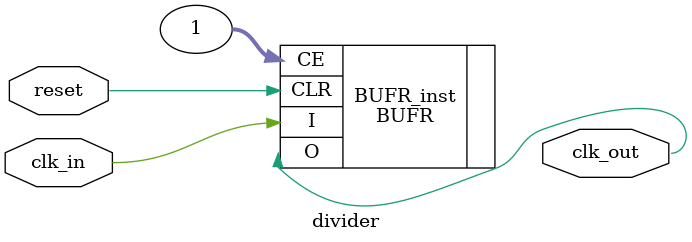
<source format=v>
`timescale 1ns / 1ps


module divider(
    (* X_INTERFACE_INFO = "xilinx.com:signal:clock:1.0 speech_clk CLK" *)
    input clk_in,
    (* X_INTERFACE_INFO = "xilinx.com:signal:reset:1.0 reset RST" *)
    (* X_INTERFACE_PARAMETER = "POLARITY ACTIVE_HIGH" *)
    input reset,
    (* X_INTERFACE_INFO = "xilinx.com:signal:clock:1.0 speech_clk CLK" *)
    (* X_INTERFACE_PARAMETER = "FREQ_HZ 2560003" *)
    output clk_out
    );
    
    BUFR #(
        .BUFR_DIVIDE("2"),
        .SIM_DEVICE("7SERIES")
    ) BUFR_inst (
        .O(clk_out),
        .CE(1),
        .CLR(reset),
        .I(clk_in)
    );
    
    /*
    reg state = 1'b0;
    reg drop = 0'b0;
    
    always @(posedge clk_in, posedge reset)
    begin
        if (reset)
        begin
            state <= 1'b0;
            clk_out <= 1'b0;
            drop <= 0'b0;
        end
        else
        begin
            state <= !state;
            if (state)
            begin
                clk_out <= ~clk_out;
            end
            else
            begin
                clk_out = clk_out;
            end
        end
    end
    
    always @(negedge clk_in)
    begin
    end
    */
    
endmodule

</source>
